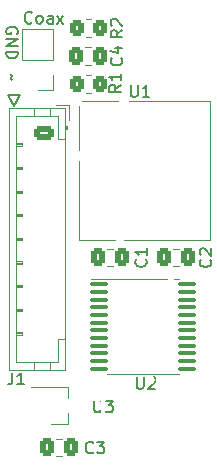
<source format=gbr>
%TF.GenerationSoftware,KiCad,Pcbnew,(6.0.1)*%
%TF.CreationDate,2022-07-06T21:26:52-07:00*%
%TF.ProjectId,mu100-dit,6d753130-302d-4646-9974-2e6b69636164,rev?*%
%TF.SameCoordinates,PX4a25ef0PY4c3f880*%
%TF.FileFunction,Legend,Top*%
%TF.FilePolarity,Positive*%
%FSLAX46Y46*%
G04 Gerber Fmt 4.6, Leading zero omitted, Abs format (unit mm)*
G04 Created by KiCad (PCBNEW (6.0.1)) date 2022-07-06 21:26:52*
%MOMM*%
%LPD*%
G01*
G04 APERTURE LIST*
G04 Aperture macros list*
%AMRoundRect*
0 Rectangle with rounded corners*
0 $1 Rounding radius*
0 $2 $3 $4 $5 $6 $7 $8 $9 X,Y pos of 4 corners*
0 Add a 4 corners polygon primitive as box body*
4,1,4,$2,$3,$4,$5,$6,$7,$8,$9,$2,$3,0*
0 Add four circle primitives for the rounded corners*
1,1,$1+$1,$2,$3*
1,1,$1+$1,$4,$5*
1,1,$1+$1,$6,$7*
1,1,$1+$1,$8,$9*
0 Add four rect primitives between the rounded corners*
20,1,$1+$1,$2,$3,$4,$5,0*
20,1,$1+$1,$4,$5,$6,$7,0*
20,1,$1+$1,$6,$7,$8,$9,0*
20,1,$1+$1,$8,$9,$2,$3,0*%
G04 Aperture macros list end*
%ADD10C,0.150000*%
%ADD11C,0.120000*%
%ADD12C,0.050000*%
%ADD13RoundRect,0.250000X-0.337500X-0.475000X0.337500X-0.475000X0.337500X0.475000X-0.337500X0.475000X0*%
%ADD14RoundRect,0.250000X-0.625000X0.350000X-0.625000X-0.350000X0.625000X-0.350000X0.625000X0.350000X0*%
%ADD15O,1.750000X1.200000*%
%ADD16RoundRect,0.100000X-0.637500X-0.100000X0.637500X-0.100000X0.637500X0.100000X-0.637500X0.100000X0*%
%ADD17C,5.700000*%
%ADD18C,3.600000*%
%ADD19RoundRect,0.250000X-0.350000X-0.450000X0.350000X-0.450000X0.350000X0.450000X-0.350000X0.450000X0*%
%ADD20C,3.200000*%
%ADD21C,1.524000*%
%ADD22R,1.900000X0.800000*%
%ADD23RoundRect,0.250000X0.337500X0.475000X-0.337500X0.475000X-0.337500X-0.475000X0.337500X-0.475000X0*%
%ADD24R,1.700000X1.700000*%
%ADD25O,1.700000X1.700000*%
%ADD26C,0.800000*%
%ADD27C,0.750000*%
%ADD28C,0.600000*%
G04 APERTURE END LIST*
D10*
X79020000Y-87407000D02*
X78500000Y-88337000D01*
X79020000Y-87407000D02*
X77980000Y-87407000D01*
X77980000Y-87412000D02*
X78500000Y-88342000D01*
X78800000Y-82190095D02*
X78847619Y-82094857D01*
X78847619Y-81952000D01*
X78800000Y-81809142D01*
X78704761Y-81713904D01*
X78609523Y-81666285D01*
X78419047Y-81618666D01*
X78276190Y-81618666D01*
X78085714Y-81666285D01*
X77990476Y-81713904D01*
X77895238Y-81809142D01*
X77847619Y-81952000D01*
X77847619Y-82047238D01*
X77895238Y-82190095D01*
X77942857Y-82237714D01*
X78276190Y-82237714D01*
X78276190Y-82047238D01*
X77847619Y-82666285D02*
X78847619Y-82666285D01*
X77847619Y-83237714D01*
X78847619Y-83237714D01*
X77847619Y-83713904D02*
X78847619Y-83713904D01*
X78847619Y-83952000D01*
X78800000Y-84094857D01*
X78704761Y-84190095D01*
X78609523Y-84237714D01*
X78419047Y-84285333D01*
X78276190Y-84285333D01*
X78085714Y-84237714D01*
X77990476Y-84190095D01*
X77895238Y-84094857D01*
X77847619Y-83952000D01*
X77847619Y-83713904D01*
X80030000Y-81239142D02*
X79982380Y-81286761D01*
X79839523Y-81334380D01*
X79744285Y-81334380D01*
X79601428Y-81286761D01*
X79506190Y-81191523D01*
X79458571Y-81096285D01*
X79410952Y-80905809D01*
X79410952Y-80762952D01*
X79458571Y-80572476D01*
X79506190Y-80477238D01*
X79601428Y-80382000D01*
X79744285Y-80334380D01*
X79839523Y-80334380D01*
X79982380Y-80382000D01*
X80030000Y-80429619D01*
X80601428Y-81334380D02*
X80506190Y-81286761D01*
X80458571Y-81239142D01*
X80410952Y-81143904D01*
X80410952Y-80858190D01*
X80458571Y-80762952D01*
X80506190Y-80715333D01*
X80601428Y-80667714D01*
X80744285Y-80667714D01*
X80839523Y-80715333D01*
X80887142Y-80762952D01*
X80934761Y-80858190D01*
X80934761Y-81143904D01*
X80887142Y-81239142D01*
X80839523Y-81286761D01*
X80744285Y-81334380D01*
X80601428Y-81334380D01*
X81791904Y-81334380D02*
X81791904Y-80810571D01*
X81744285Y-80715333D01*
X81649047Y-80667714D01*
X81458571Y-80667714D01*
X81363333Y-80715333D01*
X81791904Y-81286761D02*
X81696666Y-81334380D01*
X81458571Y-81334380D01*
X81363333Y-81286761D01*
X81315714Y-81191523D01*
X81315714Y-81096285D01*
X81363333Y-81001047D01*
X81458571Y-80953428D01*
X81696666Y-80953428D01*
X81791904Y-80905809D01*
X82172857Y-81334380D02*
X82696666Y-80667714D01*
X82172857Y-80667714D02*
X82696666Y-81334380D01*
X78321428Y-86082952D02*
X78273809Y-86035333D01*
X78226190Y-85940095D01*
X78321428Y-85749619D01*
X78273809Y-85654380D01*
X78226190Y-85606761D01*
%TO.C,C3*%
X85213333Y-117634142D02*
X85165714Y-117681761D01*
X85022857Y-117729380D01*
X84927619Y-117729380D01*
X84784761Y-117681761D01*
X84689523Y-117586523D01*
X84641904Y-117491285D01*
X84594285Y-117300809D01*
X84594285Y-117157952D01*
X84641904Y-116967476D01*
X84689523Y-116872238D01*
X84784761Y-116777000D01*
X84927619Y-116729380D01*
X85022857Y-116729380D01*
X85165714Y-116777000D01*
X85213333Y-116824619D01*
X85546666Y-116729380D02*
X86165714Y-116729380D01*
X85832380Y-117110333D01*
X85975238Y-117110333D01*
X86070476Y-117157952D01*
X86118095Y-117205571D01*
X86165714Y-117300809D01*
X86165714Y-117538904D01*
X86118095Y-117634142D01*
X86070476Y-117681761D01*
X85975238Y-117729380D01*
X85689523Y-117729380D01*
X85594285Y-117681761D01*
X85546666Y-117634142D01*
%TO.C,J1*%
X78376666Y-110894380D02*
X78376666Y-111608666D01*
X78329047Y-111751523D01*
X78233809Y-111846761D01*
X78090952Y-111894380D01*
X77995714Y-111894380D01*
X79376666Y-111894380D02*
X78805238Y-111894380D01*
X79090952Y-111894380D02*
X79090952Y-110894380D01*
X78995714Y-111037238D01*
X78900476Y-111132476D01*
X78805238Y-111180095D01*
%TO.C,U2*%
X88918095Y-111254380D02*
X88918095Y-112063904D01*
X88965714Y-112159142D01*
X89013333Y-112206761D01*
X89108571Y-112254380D01*
X89299047Y-112254380D01*
X89394285Y-112206761D01*
X89441904Y-112159142D01*
X89489523Y-112063904D01*
X89489523Y-111254380D01*
X89918095Y-111349619D02*
X89965714Y-111302000D01*
X90060952Y-111254380D01*
X90299047Y-111254380D01*
X90394285Y-111302000D01*
X90441904Y-111349619D01*
X90489523Y-111444857D01*
X90489523Y-111540095D01*
X90441904Y-111682952D01*
X89870476Y-112254380D01*
X90489523Y-112254380D01*
%TO.C,R1*%
X87562380Y-86518666D02*
X87086190Y-86852000D01*
X87562380Y-87090095D02*
X86562380Y-87090095D01*
X86562380Y-86709142D01*
X86610000Y-86613904D01*
X86657619Y-86566285D01*
X86752857Y-86518666D01*
X86895714Y-86518666D01*
X86990952Y-86566285D01*
X87038571Y-86613904D01*
X87086190Y-86709142D01*
X87086190Y-87090095D01*
X87562380Y-85566285D02*
X87562380Y-86137714D01*
X87562380Y-85852000D02*
X86562380Y-85852000D01*
X86705238Y-85947238D01*
X86800476Y-86042476D01*
X86848095Y-86137714D01*
%TO.C,U1*%
X88418095Y-86534380D02*
X88418095Y-87343904D01*
X88465714Y-87439142D01*
X88513333Y-87486761D01*
X88608571Y-87534380D01*
X88799047Y-87534380D01*
X88894285Y-87486761D01*
X88941904Y-87439142D01*
X88989523Y-87343904D01*
X88989523Y-86534380D01*
X89989523Y-87534380D02*
X89418095Y-87534380D01*
X89703809Y-87534380D02*
X89703809Y-86534380D01*
X89608571Y-86677238D01*
X89513333Y-86772476D01*
X89418095Y-86820095D01*
%TO.C,C2*%
X95137142Y-101318666D02*
X95184761Y-101366285D01*
X95232380Y-101509142D01*
X95232380Y-101604380D01*
X95184761Y-101747238D01*
X95089523Y-101842476D01*
X94994285Y-101890095D01*
X94803809Y-101937714D01*
X94660952Y-101937714D01*
X94470476Y-101890095D01*
X94375238Y-101842476D01*
X94280000Y-101747238D01*
X94232380Y-101604380D01*
X94232380Y-101509142D01*
X94280000Y-101366285D01*
X94327619Y-101318666D01*
X94327619Y-100937714D02*
X94280000Y-100890095D01*
X94232380Y-100794857D01*
X94232380Y-100556761D01*
X94280000Y-100461523D01*
X94327619Y-100413904D01*
X94422857Y-100366285D01*
X94518095Y-100366285D01*
X94660952Y-100413904D01*
X95232380Y-100985333D01*
X95232380Y-100366285D01*
%TO.C,U3*%
X85318095Y-113254380D02*
X85318095Y-114063904D01*
X85365714Y-114159142D01*
X85413333Y-114206761D01*
X85508571Y-114254380D01*
X85699047Y-114254380D01*
X85794285Y-114206761D01*
X85841904Y-114159142D01*
X85889523Y-114063904D01*
X85889523Y-113254380D01*
X86270476Y-113254380D02*
X86889523Y-113254380D01*
X86556190Y-113635333D01*
X86699047Y-113635333D01*
X86794285Y-113682952D01*
X86841904Y-113730571D01*
X86889523Y-113825809D01*
X86889523Y-114063904D01*
X86841904Y-114159142D01*
X86794285Y-114206761D01*
X86699047Y-114254380D01*
X86413333Y-114254380D01*
X86318095Y-114206761D01*
X86270476Y-114159142D01*
%TO.C,R2*%
X87692380Y-81888666D02*
X87216190Y-82222000D01*
X87692380Y-82460095D02*
X86692380Y-82460095D01*
X86692380Y-82079142D01*
X86740000Y-81983904D01*
X86787619Y-81936285D01*
X86882857Y-81888666D01*
X87025714Y-81888666D01*
X87120952Y-81936285D01*
X87168571Y-81983904D01*
X87216190Y-82079142D01*
X87216190Y-82460095D01*
X86787619Y-81507714D02*
X86740000Y-81460095D01*
X86692380Y-81364857D01*
X86692380Y-81126761D01*
X86740000Y-81031523D01*
X86787619Y-80983904D01*
X86882857Y-80936285D01*
X86978095Y-80936285D01*
X87120952Y-80983904D01*
X87692380Y-81555333D01*
X87692380Y-80936285D01*
%TO.C,C4*%
X87604286Y-84243666D02*
X87651905Y-84291285D01*
X87699524Y-84434142D01*
X87699524Y-84529380D01*
X87651905Y-84672238D01*
X87556667Y-84767476D01*
X87461429Y-84815095D01*
X87270953Y-84862714D01*
X87128096Y-84862714D01*
X86937620Y-84815095D01*
X86842382Y-84767476D01*
X86747144Y-84672238D01*
X86699524Y-84529380D01*
X86699524Y-84434142D01*
X86747144Y-84291285D01*
X86794763Y-84243666D01*
X87032858Y-83386523D02*
X87699524Y-83386523D01*
X86651905Y-83624619D02*
X87366191Y-83862714D01*
X87366191Y-83243666D01*
%TO.C,C1*%
X89687142Y-101306666D02*
X89734761Y-101354285D01*
X89782380Y-101497142D01*
X89782380Y-101592380D01*
X89734761Y-101735238D01*
X89639523Y-101830476D01*
X89544285Y-101878095D01*
X89353809Y-101925714D01*
X89210952Y-101925714D01*
X89020476Y-101878095D01*
X88925238Y-101830476D01*
X88830000Y-101735238D01*
X88782380Y-101592380D01*
X88782380Y-101497142D01*
X88830000Y-101354285D01*
X88877619Y-101306666D01*
X89782380Y-100354285D02*
X89782380Y-100925714D01*
X89782380Y-100640000D02*
X88782380Y-100640000D01*
X88925238Y-100735238D01*
X89020476Y-100830476D01*
X89068095Y-100925714D01*
D11*
%TO.C,C3*%
X82068748Y-116492000D02*
X82591252Y-116492000D01*
X82068748Y-117962000D02*
X82591252Y-117962000D01*
%TO.C,J1*%
X79230000Y-107672000D02*
X78730000Y-107672000D01*
X78730000Y-93472000D02*
X79230000Y-93472000D01*
X78730000Y-107572000D02*
X79230000Y-107572000D01*
X78730000Y-101472000D02*
X79230000Y-101472000D01*
X80230000Y-110632000D02*
X80230000Y-110022000D01*
X82840000Y-91072000D02*
X82230000Y-91072000D01*
X78730000Y-97472000D02*
X79230000Y-97472000D01*
X79230000Y-97472000D02*
X79230000Y-97672000D01*
X79230000Y-101472000D02*
X79230000Y-101672000D01*
X78730000Y-107472000D02*
X79230000Y-107472000D01*
X79230000Y-93672000D02*
X78730000Y-93672000D01*
X79230000Y-103472000D02*
X79230000Y-103672000D01*
X78730000Y-105472000D02*
X79230000Y-105472000D01*
X78730000Y-91572000D02*
X79230000Y-91572000D01*
X79230000Y-97672000D02*
X78730000Y-97672000D01*
X79230000Y-107472000D02*
X79230000Y-107672000D01*
X78730000Y-101572000D02*
X79230000Y-101572000D01*
X78120000Y-110632000D02*
X82840000Y-110632000D01*
X82840000Y-88512000D02*
X78120000Y-88512000D01*
X78120000Y-88512000D02*
X78120000Y-110632000D01*
X79230000Y-91672000D02*
X78730000Y-91672000D01*
X83140000Y-88212000D02*
X81890000Y-88212000D01*
X81530000Y-88512000D02*
X81530000Y-89122000D01*
X78730000Y-95572000D02*
X79230000Y-95572000D01*
X79230000Y-101672000D02*
X78730000Y-101672000D01*
X79230000Y-105672000D02*
X78730000Y-105672000D01*
X78730000Y-99572000D02*
X79230000Y-99572000D01*
X78730000Y-93572000D02*
X79230000Y-93572000D01*
X78730000Y-105572000D02*
X79230000Y-105572000D01*
X79230000Y-99472000D02*
X79230000Y-99672000D01*
X78730000Y-91472000D02*
X79230000Y-91472000D01*
X79230000Y-105472000D02*
X79230000Y-105672000D01*
X78730000Y-89122000D02*
X78730000Y-110022000D01*
X79230000Y-95472000D02*
X79230000Y-95672000D01*
X79230000Y-91472000D02*
X79230000Y-91672000D01*
X78730000Y-95472000D02*
X79230000Y-95472000D01*
X82230000Y-91072000D02*
X82230000Y-89122000D01*
X79230000Y-103672000D02*
X78730000Y-103672000D01*
X83140000Y-89462000D02*
X83140000Y-88212000D01*
X83040000Y-90272000D02*
X83040000Y-89972000D01*
X80230000Y-88512000D02*
X80230000Y-89122000D01*
X78730000Y-103472000D02*
X79230000Y-103472000D01*
X81530000Y-110632000D02*
X81530000Y-110022000D01*
X78730000Y-110022000D02*
X82230000Y-110022000D01*
X82230000Y-89122000D02*
X78730000Y-89122000D01*
X79230000Y-99672000D02*
X78730000Y-99672000D01*
X79230000Y-93472000D02*
X79230000Y-93672000D01*
X78730000Y-99472000D02*
X79230000Y-99472000D01*
X82940000Y-90272000D02*
X82940000Y-89972000D01*
X82840000Y-110632000D02*
X82840000Y-88512000D01*
X82230000Y-108072000D02*
X82840000Y-108072000D01*
X79230000Y-95672000D02*
X78730000Y-95672000D01*
X78730000Y-103572000D02*
X79230000Y-103572000D01*
X78730000Y-97572000D02*
X79230000Y-97572000D01*
X82840000Y-90272000D02*
X83040000Y-90272000D01*
X82230000Y-110022000D02*
X82230000Y-108072000D01*
X83040000Y-89972000D02*
X82840000Y-89972000D01*
%TO.C,U2*%
X89452000Y-111023427D02*
X86402000Y-111023427D01*
X89452000Y-111023427D02*
X92502000Y-111023427D01*
X89452000Y-102953427D02*
X92502000Y-102953427D01*
X89452000Y-102953427D02*
X85002000Y-102953427D01*
%TO.C,R1*%
X84601508Y-87187000D02*
X85055636Y-87187000D01*
X84601508Y-85717000D02*
X85055636Y-85717000D01*
D12*
%TO.C,U1*%
X95130000Y-87902000D02*
X84030000Y-87902000D01*
X84030000Y-87902000D02*
X84030000Y-99702000D01*
X84030000Y-99702000D02*
X95130000Y-99702000D01*
X95130000Y-99702000D02*
X95130000Y-87902000D01*
D11*
%TO.C,C2*%
X91984748Y-100405000D02*
X92507252Y-100405000D01*
X91984748Y-101875000D02*
X92507252Y-101875000D01*
%TO.C,U3*%
X83090000Y-115232000D02*
X81630000Y-115232000D01*
X83090000Y-115232000D02*
X83090000Y-114302000D01*
X83090000Y-112072000D02*
X83090000Y-113002000D01*
X83090000Y-112072000D02*
X79930000Y-112072000D01*
%TO.C,R2*%
X84601508Y-80967000D02*
X85055636Y-80967000D01*
X84601508Y-82437000D02*
X85055636Y-82437000D01*
%TO.C,C4*%
X85059824Y-83342000D02*
X84537320Y-83342000D01*
X85059824Y-84812000D02*
X84537320Y-84812000D01*
%TO.C,C1*%
X86919252Y-101875000D02*
X86396748Y-101875000D01*
X86919252Y-100405000D02*
X86396748Y-100405000D01*
%TO.C,J2*%
X81840000Y-81805000D02*
X79180000Y-81805000D01*
X81840000Y-85675000D02*
X81840000Y-87005000D01*
X79180000Y-84405000D02*
X79180000Y-81805000D01*
X81840000Y-87005000D02*
X80510000Y-87005000D01*
X81840000Y-84405000D02*
X81840000Y-81805000D01*
X81840000Y-84405000D02*
X79180000Y-84405000D01*
%TD*%
%LPC*%
D13*
%TO.C,C3*%
X81292500Y-117227000D03*
X83367500Y-117227000D03*
%TD*%
D14*
%TO.C,J1*%
X81030000Y-90572000D03*
D15*
X81030000Y-92572000D03*
X81030000Y-94572000D03*
X81030000Y-96572000D03*
X81030000Y-98572000D03*
X81030000Y-100572000D03*
X81030000Y-102572000D03*
X81030000Y-104572000D03*
X81030000Y-106572000D03*
X81030000Y-108572000D03*
%TD*%
D16*
%TO.C,U2*%
X85739500Y-103413427D03*
X85739500Y-104063427D03*
X85739500Y-104713427D03*
X85739500Y-105363427D03*
X85739500Y-106013427D03*
X85739500Y-106663427D03*
X85739500Y-107313427D03*
X85739500Y-107963427D03*
X85739500Y-108613427D03*
X85739500Y-109263427D03*
X85739500Y-109913427D03*
X85739500Y-110563427D03*
X93164500Y-110563427D03*
X93164500Y-109913427D03*
X93164500Y-109263427D03*
X93164500Y-108613427D03*
X93164500Y-107963427D03*
X93164500Y-107313427D03*
X93164500Y-106663427D03*
X93164500Y-106013427D03*
X93164500Y-105363427D03*
X93164500Y-104713427D03*
X93164500Y-104063427D03*
X93164500Y-103413427D03*
%TD*%
D17*
%TO.C,H1*%
X91350000Y-83452000D03*
D18*
X91350000Y-83452000D03*
%TD*%
D19*
%TO.C,R1*%
X83828572Y-86452000D03*
X85828572Y-86452000D03*
%TD*%
D20*
%TO.C,U1*%
X90430000Y-89992000D03*
X90430000Y-97612000D03*
D21*
X86620000Y-91262000D03*
X86620000Y-93802000D03*
X86620000Y-96342000D03*
%TD*%
D13*
%TO.C,C2*%
X91208500Y-101140000D03*
X93283500Y-101140000D03*
%TD*%
D22*
%TO.C,U3*%
X80830000Y-112702000D03*
X80830000Y-114602000D03*
X83830000Y-113652000D03*
%TD*%
D19*
%TO.C,R2*%
X83828572Y-81702000D03*
X85828572Y-81702000D03*
%TD*%
D23*
%TO.C,C4*%
X85836072Y-84077000D03*
X83761072Y-84077000D03*
%TD*%
%TO.C,C1*%
X87695500Y-101140000D03*
X85620500Y-101140000D03*
%TD*%
D17*
%TO.C,H2*%
X91350000Y-116452000D03*
D18*
X91350000Y-116452000D03*
%TD*%
D24*
%TO.C,J2*%
X80510000Y-85675000D03*
D25*
X80510000Y-83135000D03*
%TD*%
D26*
X88110000Y-113772000D03*
X87480000Y-111482000D03*
X90030000Y-111532000D03*
X81763200Y-88054600D03*
X87500000Y-99482000D03*
D27*
X83300000Y-96802600D03*
X83990000Y-101972000D03*
D26*
X85930000Y-113752000D03*
X92750000Y-99122000D03*
D27*
X83300000Y-99738600D03*
D26*
X84060000Y-92542000D03*
X79248600Y-117290000D03*
X87850000Y-87882000D03*
X78715200Y-114623000D03*
D27*
X83300000Y-95352000D03*
X83300000Y-98270600D03*
D26*
X92430000Y-95692000D03*
X85300000Y-98872000D03*
X89130000Y-92702000D03*
X87910000Y-81082000D03*
D28*
X83330000Y-111502000D03*
X83980000Y-104232000D03*
X87889978Y-106829600D03*
X87877200Y-107744000D03*
X87885439Y-108751761D03*
X87877200Y-109674400D03*
D26*
X83846000Y-87978400D03*
D28*
X91999400Y-105388927D03*
X91999400Y-104564600D03*
X91839600Y-102841800D03*
X90925200Y-109003500D03*
X91915800Y-108379000D03*
M02*

</source>
